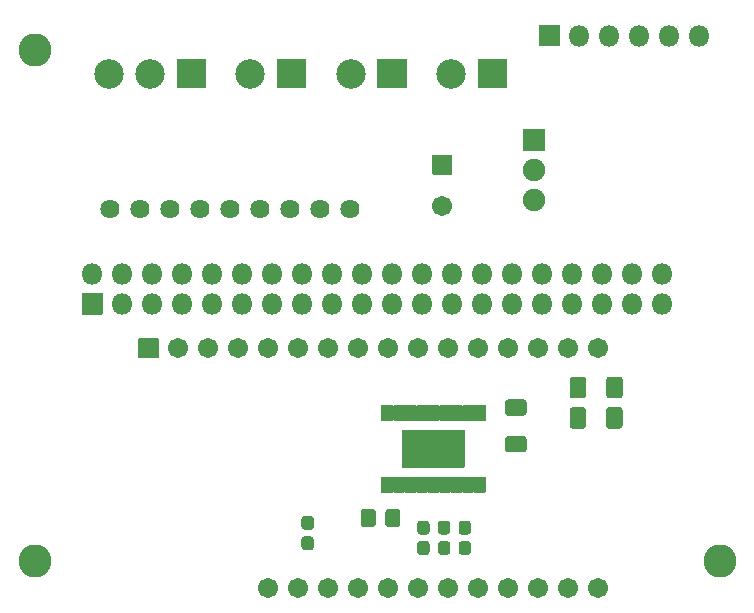
<source format=gbr>
G04 #@! TF.GenerationSoftware,KiCad,Pcbnew,(5.1.10-1-10_14)*
G04 #@! TF.CreationDate,2021-07-05T16:27:43+02:00*
G04 #@! TF.ProjectId,cablebot_camera,6361626c-6562-46f7-945f-63616d657261,1.0*
G04 #@! TF.SameCoordinates,Original*
G04 #@! TF.FileFunction,Soldermask,Top*
G04 #@! TF.FilePolarity,Negative*
%FSLAX46Y46*%
G04 Gerber Fmt 4.6, Leading zero omitted, Abs format (unit mm)*
G04 Created by KiCad (PCBNEW (5.1.10-1-10_14)) date 2021-07-05 16:27:43*
%MOMM*%
%LPD*%
G01*
G04 APERTURE LIST*
%ADD10C,2.802000*%
%ADD11O,1.802000X1.802000*%
%ADD12C,2.502000*%
%ADD13C,1.702000*%
%ADD14C,1.902000*%
%ADD15C,1.626000*%
%ADD16C,0.100000*%
G04 APERTURE END LIST*
G36*
G01*
X152131310Y-109667400D02*
X152131310Y-106568600D01*
G75*
G02*
X152182310Y-106517600I51000J0D01*
G01*
X157381690Y-106517600D01*
G75*
G02*
X157432690Y-106568600I0J-51000D01*
G01*
X157432690Y-109667400D01*
G75*
G02*
X157381690Y-109718400I-51000J0D01*
G01*
X152182310Y-109718400D01*
G75*
G02*
X152131310Y-109667400I0J51000D01*
G01*
G37*
G36*
G01*
X150761380Y-104457860D02*
X150761380Y-105697380D01*
G75*
G02*
X150710380Y-105748380I-51000J0D01*
G01*
X150405580Y-105748380D01*
G75*
G02*
X150354580Y-105697380I0J51000D01*
G01*
X150354580Y-104457860D01*
G75*
G02*
X150405580Y-104406860I51000J0D01*
G01*
X150710380Y-104406860D01*
G75*
G02*
X150761380Y-104457860I0J-51000D01*
G01*
G37*
G36*
G01*
X151411620Y-104457860D02*
X151411620Y-105697380D01*
G75*
G02*
X151360620Y-105748380I-51000J0D01*
G01*
X151055820Y-105748380D01*
G75*
G02*
X151004820Y-105697380I0J51000D01*
G01*
X151004820Y-104457860D01*
G75*
G02*
X151055820Y-104406860I51000J0D01*
G01*
X151360620Y-104406860D01*
G75*
G02*
X151411620Y-104457860I0J-51000D01*
G01*
G37*
G36*
G01*
X151655060Y-105697380D02*
X151655060Y-104457860D01*
G75*
G02*
X151706060Y-104406860I51000J0D01*
G01*
X152010860Y-104406860D01*
G75*
G02*
X152061860Y-104457860I0J-51000D01*
G01*
X152061860Y-105697380D01*
G75*
G02*
X152010860Y-105748380I-51000J0D01*
G01*
X151706060Y-105748380D01*
G75*
G02*
X151655060Y-105697380I0J51000D01*
G01*
G37*
G36*
G01*
X152305300Y-105697380D02*
X152305300Y-104457860D01*
G75*
G02*
X152356300Y-104406860I51000J0D01*
G01*
X152661100Y-104406860D01*
G75*
G02*
X152712100Y-104457860I0J-51000D01*
G01*
X152712100Y-105697380D01*
G75*
G02*
X152661100Y-105748380I-51000J0D01*
G01*
X152356300Y-105748380D01*
G75*
G02*
X152305300Y-105697380I0J51000D01*
G01*
G37*
G36*
G01*
X152955540Y-105697380D02*
X152955540Y-104457860D01*
G75*
G02*
X153006540Y-104406860I51000J0D01*
G01*
X153311340Y-104406860D01*
G75*
G02*
X153362340Y-104457860I0J-51000D01*
G01*
X153362340Y-105697380D01*
G75*
G02*
X153311340Y-105748380I-51000J0D01*
G01*
X153006540Y-105748380D01*
G75*
G02*
X152955540Y-105697380I0J51000D01*
G01*
G37*
G36*
G01*
X153605780Y-105697380D02*
X153605780Y-104457860D01*
G75*
G02*
X153656780Y-104406860I51000J0D01*
G01*
X153961580Y-104406860D01*
G75*
G02*
X154012580Y-104457860I0J-51000D01*
G01*
X154012580Y-105697380D01*
G75*
G02*
X153961580Y-105748380I-51000J0D01*
G01*
X153656780Y-105748380D01*
G75*
G02*
X153605780Y-105697380I0J51000D01*
G01*
G37*
G36*
G01*
X154256020Y-105697380D02*
X154256020Y-104457860D01*
G75*
G02*
X154307020Y-104406860I51000J0D01*
G01*
X154611820Y-104406860D01*
G75*
G02*
X154662820Y-104457860I0J-51000D01*
G01*
X154662820Y-105697380D01*
G75*
G02*
X154611820Y-105748380I-51000J0D01*
G01*
X154307020Y-105748380D01*
G75*
G02*
X154256020Y-105697380I0J51000D01*
G01*
G37*
G36*
G01*
X154901180Y-105697380D02*
X154901180Y-104457860D01*
G75*
G02*
X154952180Y-104406860I51000J0D01*
G01*
X155256980Y-104406860D01*
G75*
G02*
X155307980Y-104457860I0J-51000D01*
G01*
X155307980Y-105697380D01*
G75*
G02*
X155256980Y-105748380I-51000J0D01*
G01*
X154952180Y-105748380D01*
G75*
G02*
X154901180Y-105697380I0J51000D01*
G01*
G37*
G36*
G01*
X155551420Y-105697380D02*
X155551420Y-104457860D01*
G75*
G02*
X155602420Y-104406860I51000J0D01*
G01*
X155907220Y-104406860D01*
G75*
G02*
X155958220Y-104457860I0J-51000D01*
G01*
X155958220Y-105697380D01*
G75*
G02*
X155907220Y-105748380I-51000J0D01*
G01*
X155602420Y-105748380D01*
G75*
G02*
X155551420Y-105697380I0J51000D01*
G01*
G37*
G36*
G01*
X156201660Y-105697380D02*
X156201660Y-104457860D01*
G75*
G02*
X156252660Y-104406860I51000J0D01*
G01*
X156557460Y-104406860D01*
G75*
G02*
X156608460Y-104457860I0J-51000D01*
G01*
X156608460Y-105697380D01*
G75*
G02*
X156557460Y-105748380I-51000J0D01*
G01*
X156252660Y-105748380D01*
G75*
G02*
X156201660Y-105697380I0J51000D01*
G01*
G37*
G36*
G01*
X156851900Y-105697380D02*
X156851900Y-104457860D01*
G75*
G02*
X156902900Y-104406860I51000J0D01*
G01*
X157207700Y-104406860D01*
G75*
G02*
X157258700Y-104457860I0J-51000D01*
G01*
X157258700Y-105697380D01*
G75*
G02*
X157207700Y-105748380I-51000J0D01*
G01*
X156902900Y-105748380D01*
G75*
G02*
X156851900Y-105697380I0J51000D01*
G01*
G37*
G36*
G01*
X157502140Y-105697380D02*
X157502140Y-104457860D01*
G75*
G02*
X157553140Y-104406860I51000J0D01*
G01*
X157857940Y-104406860D01*
G75*
G02*
X157908940Y-104457860I0J-51000D01*
G01*
X157908940Y-105697380D01*
G75*
G02*
X157857940Y-105748380I-51000J0D01*
G01*
X157553140Y-105748380D01*
G75*
G02*
X157502140Y-105697380I0J51000D01*
G01*
G37*
G36*
G01*
X158559180Y-104457860D02*
X158559180Y-105697380D01*
G75*
G02*
X158508180Y-105748380I-51000J0D01*
G01*
X158203380Y-105748380D01*
G75*
G02*
X158152380Y-105697380I0J51000D01*
G01*
X158152380Y-104457860D01*
G75*
G02*
X158203380Y-104406860I51000J0D01*
G01*
X158508180Y-104406860D01*
G75*
G02*
X158559180Y-104457860I0J-51000D01*
G01*
G37*
G36*
G01*
X159209420Y-104457860D02*
X159209420Y-105697380D01*
G75*
G02*
X159158420Y-105748380I-51000J0D01*
G01*
X158853620Y-105748380D01*
G75*
G02*
X158802620Y-105697380I0J51000D01*
G01*
X158802620Y-104457860D01*
G75*
G02*
X158853620Y-104406860I51000J0D01*
G01*
X159158420Y-104406860D01*
G75*
G02*
X159209420Y-104457860I0J-51000D01*
G01*
G37*
G36*
G01*
X158802620Y-111778140D02*
X158802620Y-110538620D01*
G75*
G02*
X158853620Y-110487620I51000J0D01*
G01*
X159158420Y-110487620D01*
G75*
G02*
X159209420Y-110538620I0J-51000D01*
G01*
X159209420Y-111778140D01*
G75*
G02*
X159158420Y-111829140I-51000J0D01*
G01*
X158853620Y-111829140D01*
G75*
G02*
X158802620Y-111778140I0J51000D01*
G01*
G37*
G36*
G01*
X158152380Y-111778140D02*
X158152380Y-110538620D01*
G75*
G02*
X158203380Y-110487620I51000J0D01*
G01*
X158508180Y-110487620D01*
G75*
G02*
X158559180Y-110538620I0J-51000D01*
G01*
X158559180Y-111778140D01*
G75*
G02*
X158508180Y-111829140I-51000J0D01*
G01*
X158203380Y-111829140D01*
G75*
G02*
X158152380Y-111778140I0J51000D01*
G01*
G37*
G36*
G01*
X157502140Y-111778140D02*
X157502140Y-110538620D01*
G75*
G02*
X157553140Y-110487620I51000J0D01*
G01*
X157857940Y-110487620D01*
G75*
G02*
X157908940Y-110538620I0J-51000D01*
G01*
X157908940Y-111778140D01*
G75*
G02*
X157857940Y-111829140I-51000J0D01*
G01*
X157553140Y-111829140D01*
G75*
G02*
X157502140Y-111778140I0J51000D01*
G01*
G37*
G36*
G01*
X156851900Y-111778140D02*
X156851900Y-110538620D01*
G75*
G02*
X156902900Y-110487620I51000J0D01*
G01*
X157207700Y-110487620D01*
G75*
G02*
X157258700Y-110538620I0J-51000D01*
G01*
X157258700Y-111778140D01*
G75*
G02*
X157207700Y-111829140I-51000J0D01*
G01*
X156902900Y-111829140D01*
G75*
G02*
X156851900Y-111778140I0J51000D01*
G01*
G37*
G36*
G01*
X156201660Y-111778140D02*
X156201660Y-110538620D01*
G75*
G02*
X156252660Y-110487620I51000J0D01*
G01*
X156557460Y-110487620D01*
G75*
G02*
X156608460Y-110538620I0J-51000D01*
G01*
X156608460Y-111778140D01*
G75*
G02*
X156557460Y-111829140I-51000J0D01*
G01*
X156252660Y-111829140D01*
G75*
G02*
X156201660Y-111778140I0J51000D01*
G01*
G37*
G36*
G01*
X155551420Y-111778140D02*
X155551420Y-110538620D01*
G75*
G02*
X155602420Y-110487620I51000J0D01*
G01*
X155907220Y-110487620D01*
G75*
G02*
X155958220Y-110538620I0J-51000D01*
G01*
X155958220Y-111778140D01*
G75*
G02*
X155907220Y-111829140I-51000J0D01*
G01*
X155602420Y-111829140D01*
G75*
G02*
X155551420Y-111778140I0J51000D01*
G01*
G37*
G36*
G01*
X154901180Y-111778140D02*
X154901180Y-110538620D01*
G75*
G02*
X154952180Y-110487620I51000J0D01*
G01*
X155256980Y-110487620D01*
G75*
G02*
X155307980Y-110538620I0J-51000D01*
G01*
X155307980Y-111778140D01*
G75*
G02*
X155256980Y-111829140I-51000J0D01*
G01*
X154952180Y-111829140D01*
G75*
G02*
X154901180Y-111778140I0J51000D01*
G01*
G37*
G36*
G01*
X154256020Y-111778140D02*
X154256020Y-110538620D01*
G75*
G02*
X154307020Y-110487620I51000J0D01*
G01*
X154611820Y-110487620D01*
G75*
G02*
X154662820Y-110538620I0J-51000D01*
G01*
X154662820Y-111778140D01*
G75*
G02*
X154611820Y-111829140I-51000J0D01*
G01*
X154307020Y-111829140D01*
G75*
G02*
X154256020Y-111778140I0J51000D01*
G01*
G37*
G36*
G01*
X153605780Y-111778140D02*
X153605780Y-110538620D01*
G75*
G02*
X153656780Y-110487620I51000J0D01*
G01*
X153961580Y-110487620D01*
G75*
G02*
X154012580Y-110538620I0J-51000D01*
G01*
X154012580Y-111778140D01*
G75*
G02*
X153961580Y-111829140I-51000J0D01*
G01*
X153656780Y-111829140D01*
G75*
G02*
X153605780Y-111778140I0J51000D01*
G01*
G37*
G36*
G01*
X152955540Y-111778140D02*
X152955540Y-110538620D01*
G75*
G02*
X153006540Y-110487620I51000J0D01*
G01*
X153311340Y-110487620D01*
G75*
G02*
X153362340Y-110538620I0J-51000D01*
G01*
X153362340Y-111778140D01*
G75*
G02*
X153311340Y-111829140I-51000J0D01*
G01*
X153006540Y-111829140D01*
G75*
G02*
X152955540Y-111778140I0J51000D01*
G01*
G37*
G36*
G01*
X152305300Y-111778140D02*
X152305300Y-110538620D01*
G75*
G02*
X152356300Y-110487620I51000J0D01*
G01*
X152661100Y-110487620D01*
G75*
G02*
X152712100Y-110538620I0J-51000D01*
G01*
X152712100Y-111778140D01*
G75*
G02*
X152661100Y-111829140I-51000J0D01*
G01*
X152356300Y-111829140D01*
G75*
G02*
X152305300Y-111778140I0J51000D01*
G01*
G37*
G36*
G01*
X151655060Y-111778140D02*
X151655060Y-110538620D01*
G75*
G02*
X151706060Y-110487620I51000J0D01*
G01*
X152010860Y-110487620D01*
G75*
G02*
X152061860Y-110538620I0J-51000D01*
G01*
X152061860Y-111778140D01*
G75*
G02*
X152010860Y-111829140I-51000J0D01*
G01*
X151706060Y-111829140D01*
G75*
G02*
X151655060Y-111778140I0J51000D01*
G01*
G37*
G36*
G01*
X151004820Y-111778140D02*
X151004820Y-110538620D01*
G75*
G02*
X151055820Y-110487620I51000J0D01*
G01*
X151360620Y-110487620D01*
G75*
G02*
X151411620Y-110538620I0J-51000D01*
G01*
X151411620Y-111778140D01*
G75*
G02*
X151360620Y-111829140I-51000J0D01*
G01*
X151055820Y-111829140D01*
G75*
G02*
X151004820Y-111778140I0J51000D01*
G01*
G37*
G36*
G01*
X150354580Y-111778140D02*
X150354580Y-110538620D01*
G75*
G02*
X150405580Y-110487620I51000J0D01*
G01*
X150710380Y-110487620D01*
G75*
G02*
X150761380Y-110538620I0J-51000D01*
G01*
X150761380Y-111778140D01*
G75*
G02*
X150710380Y-111829140I-51000J0D01*
G01*
X150405580Y-111829140D01*
G75*
G02*
X150354580Y-111778140I0J51000D01*
G01*
G37*
G36*
G01*
X167708000Y-102261615D02*
X167708000Y-103574385D01*
G75*
G02*
X167438385Y-103844000I-269615J0D01*
G01*
X166575615Y-103844000D01*
G75*
G02*
X166306000Y-103574385I0J269615D01*
G01*
X166306000Y-102261615D01*
G75*
G02*
X166575615Y-101992000I269615J0D01*
G01*
X167438385Y-101992000D01*
G75*
G02*
X167708000Y-102261615I0J-269615D01*
G01*
G37*
G36*
G01*
X170808000Y-102261615D02*
X170808000Y-103574385D01*
G75*
G02*
X170538385Y-103844000I-269615J0D01*
G01*
X169675615Y-103844000D01*
G75*
G02*
X169406000Y-103574385I0J269615D01*
G01*
X169406000Y-102261615D01*
G75*
G02*
X169675615Y-101992000I269615J0D01*
G01*
X170538385Y-101992000D01*
G75*
G02*
X170808000Y-102261615I0J-269615D01*
G01*
G37*
G36*
G01*
X167708000Y-104836615D02*
X167708000Y-106149385D01*
G75*
G02*
X167438385Y-106419000I-269615J0D01*
G01*
X166575615Y-106419000D01*
G75*
G02*
X166306000Y-106149385I0J269615D01*
G01*
X166306000Y-104836615D01*
G75*
G02*
X166575615Y-104567000I269615J0D01*
G01*
X167438385Y-104567000D01*
G75*
G02*
X167708000Y-104836615I0J-269615D01*
G01*
G37*
G36*
G01*
X170808000Y-104836615D02*
X170808000Y-106149385D01*
G75*
G02*
X170538385Y-106419000I-269615J0D01*
G01*
X169675615Y-106419000D01*
G75*
G02*
X169406000Y-106149385I0J269615D01*
G01*
X169406000Y-104836615D01*
G75*
G02*
X169675615Y-104567000I269615J0D01*
G01*
X170538385Y-104567000D01*
G75*
G02*
X170808000Y-104836615I0J-269615D01*
G01*
G37*
G36*
G01*
X143869000Y-115517000D02*
X144395000Y-115517000D01*
G75*
G02*
X144658000Y-115780000I0J-263000D01*
G01*
X144658000Y-116431000D01*
G75*
G02*
X144395000Y-116694000I-263000J0D01*
G01*
X143869000Y-116694000D01*
G75*
G02*
X143606000Y-116431000I0J263000D01*
G01*
X143606000Y-115780000D01*
G75*
G02*
X143869000Y-115517000I263000J0D01*
G01*
G37*
G36*
G01*
X143869000Y-113792000D02*
X144395000Y-113792000D01*
G75*
G02*
X144658000Y-114055000I0J-263000D01*
G01*
X144658000Y-114706000D01*
G75*
G02*
X144395000Y-114969000I-263000J0D01*
G01*
X143869000Y-114969000D01*
G75*
G02*
X143606000Y-114706000I0J263000D01*
G01*
X143606000Y-114055000D01*
G75*
G02*
X143869000Y-113792000I263000J0D01*
G01*
G37*
G36*
G01*
X157695000Y-115369000D02*
X157169000Y-115369000D01*
G75*
G02*
X156906000Y-115106000I0J263000D01*
G01*
X156906000Y-114455000D01*
G75*
G02*
X157169000Y-114192000I263000J0D01*
G01*
X157695000Y-114192000D01*
G75*
G02*
X157958000Y-114455000I0J-263000D01*
G01*
X157958000Y-115106000D01*
G75*
G02*
X157695000Y-115369000I-263000J0D01*
G01*
G37*
G36*
G01*
X157695000Y-117094000D02*
X157169000Y-117094000D01*
G75*
G02*
X156906000Y-116831000I0J263000D01*
G01*
X156906000Y-116180000D01*
G75*
G02*
X157169000Y-115917000I263000J0D01*
G01*
X157695000Y-115917000D01*
G75*
G02*
X157958000Y-116180000I0J-263000D01*
G01*
X157958000Y-116831000D01*
G75*
G02*
X157695000Y-117094000I-263000J0D01*
G01*
G37*
G36*
G01*
X153669000Y-115917000D02*
X154195000Y-115917000D01*
G75*
G02*
X154458000Y-116180000I0J-263000D01*
G01*
X154458000Y-116831000D01*
G75*
G02*
X154195000Y-117094000I-263000J0D01*
G01*
X153669000Y-117094000D01*
G75*
G02*
X153406000Y-116831000I0J263000D01*
G01*
X153406000Y-116180000D01*
G75*
G02*
X153669000Y-115917000I263000J0D01*
G01*
G37*
G36*
G01*
X153669000Y-114192000D02*
X154195000Y-114192000D01*
G75*
G02*
X154458000Y-114455000I0J-263000D01*
G01*
X154458000Y-115106000D01*
G75*
G02*
X154195000Y-115369000I-263000J0D01*
G01*
X153669000Y-115369000D01*
G75*
G02*
X153406000Y-115106000I0J263000D01*
G01*
X153406000Y-114455000D01*
G75*
G02*
X153669000Y-114192000I263000J0D01*
G01*
G37*
G36*
G01*
X155945000Y-115369000D02*
X155419000Y-115369000D01*
G75*
G02*
X155156000Y-115106000I0J263000D01*
G01*
X155156000Y-114455000D01*
G75*
G02*
X155419000Y-114192000I263000J0D01*
G01*
X155945000Y-114192000D01*
G75*
G02*
X156208000Y-114455000I0J-263000D01*
G01*
X156208000Y-115106000D01*
G75*
G02*
X155945000Y-115369000I-263000J0D01*
G01*
G37*
G36*
G01*
X155945000Y-117094000D02*
X155419000Y-117094000D01*
G75*
G02*
X155156000Y-116831000I0J263000D01*
G01*
X155156000Y-116180000D01*
G75*
G02*
X155419000Y-115917000I263000J0D01*
G01*
X155945000Y-115917000D01*
G75*
G02*
X156208000Y-116180000I0J-263000D01*
G01*
X156208000Y-116831000D01*
G75*
G02*
X155945000Y-117094000I-263000J0D01*
G01*
G37*
G36*
G01*
X150706000Y-114472298D02*
X150706000Y-113463702D01*
G75*
G02*
X150977702Y-113192000I271702J0D01*
G01*
X151711298Y-113192000D01*
G75*
G02*
X151983000Y-113463702I0J-271702D01*
G01*
X151983000Y-114472298D01*
G75*
G02*
X151711298Y-114744000I-271702J0D01*
G01*
X150977702Y-114744000D01*
G75*
G02*
X150706000Y-114472298I0J271702D01*
G01*
G37*
G36*
G01*
X148631000Y-114472298D02*
X148631000Y-113463702D01*
G75*
G02*
X148902702Y-113192000I271702J0D01*
G01*
X149636298Y-113192000D01*
G75*
G02*
X149908000Y-113463702I0J-271702D01*
G01*
X149908000Y-114472298D01*
G75*
G02*
X149636298Y-114744000I-271702J0D01*
G01*
X148902702Y-114744000D01*
G75*
G02*
X148631000Y-114472298I0J271702D01*
G01*
G37*
D10*
X121007000Y-74343000D03*
D11*
X177282000Y-73143000D03*
X174742000Y-73143000D03*
X172202000Y-73143000D03*
X169662000Y-73143000D03*
X167122000Y-73143000D03*
G36*
G01*
X165432000Y-74044000D02*
X163732000Y-74044000D01*
G75*
G02*
X163681000Y-73993000I0J51000D01*
G01*
X163681000Y-72293000D01*
G75*
G02*
X163732000Y-72242000I51000J0D01*
G01*
X165432000Y-72242000D01*
G75*
G02*
X165483000Y-72293000I0J-51000D01*
G01*
X165483000Y-73993000D01*
G75*
G02*
X165432000Y-74044000I-51000J0D01*
G01*
G37*
G36*
G01*
X162413385Y-105319000D02*
X161100615Y-105319000D01*
G75*
G02*
X160831000Y-105049385I0J269615D01*
G01*
X160831000Y-104186615D01*
G75*
G02*
X161100615Y-103917000I269615J0D01*
G01*
X162413385Y-103917000D01*
G75*
G02*
X162683000Y-104186615I0J-269615D01*
G01*
X162683000Y-105049385D01*
G75*
G02*
X162413385Y-105319000I-269615J0D01*
G01*
G37*
G36*
G01*
X162413385Y-108419000D02*
X161100615Y-108419000D01*
G75*
G02*
X160831000Y-108149385I0J269615D01*
G01*
X160831000Y-107286615D01*
G75*
G02*
X161100615Y-107017000I269615J0D01*
G01*
X162413385Y-107017000D01*
G75*
G02*
X162683000Y-107286615I0J-269615D01*
G01*
X162683000Y-108149385D01*
G75*
G02*
X162413385Y-108419000I-269615J0D01*
G01*
G37*
D12*
X127282000Y-76343000D03*
X130782000Y-76343000D03*
G36*
G01*
X135533000Y-75143000D02*
X135533000Y-77543000D01*
G75*
G02*
X135482000Y-77594000I-51000J0D01*
G01*
X133082000Y-77594000D01*
G75*
G02*
X133031000Y-77543000I0J51000D01*
G01*
X133031000Y-75143000D01*
G75*
G02*
X133082000Y-75092000I51000J0D01*
G01*
X135482000Y-75092000D01*
G75*
G02*
X135533000Y-75143000I0J-51000D01*
G01*
G37*
D13*
X155532000Y-87543000D03*
G36*
G01*
X154732000Y-83192000D02*
X156332000Y-83192000D01*
G75*
G02*
X156383000Y-83243000I0J-51000D01*
G01*
X156383000Y-84843000D01*
G75*
G02*
X156332000Y-84894000I-51000J0D01*
G01*
X154732000Y-84894000D01*
G75*
G02*
X154681000Y-84843000I0J51000D01*
G01*
X154681000Y-83243000D01*
G75*
G02*
X154732000Y-83192000I51000J0D01*
G01*
G37*
D12*
X139282000Y-76343000D03*
G36*
G01*
X144033000Y-75143000D02*
X144033000Y-77543000D01*
G75*
G02*
X143982000Y-77594000I-51000J0D01*
G01*
X141582000Y-77594000D01*
G75*
G02*
X141531000Y-77543000I0J51000D01*
G01*
X141531000Y-75143000D01*
G75*
G02*
X141582000Y-75092000I51000J0D01*
G01*
X143982000Y-75092000D01*
G75*
G02*
X144033000Y-75143000I0J-51000D01*
G01*
G37*
X147782000Y-76343000D03*
G36*
G01*
X152533000Y-75143000D02*
X152533000Y-77543000D01*
G75*
G02*
X152482000Y-77594000I-51000J0D01*
G01*
X150082000Y-77594000D01*
G75*
G02*
X150031000Y-77543000I0J51000D01*
G01*
X150031000Y-75143000D01*
G75*
G02*
X150082000Y-75092000I51000J0D01*
G01*
X152482000Y-75092000D01*
G75*
G02*
X152533000Y-75143000I0J-51000D01*
G01*
G37*
D14*
X163282000Y-87023000D03*
X163282000Y-84483000D03*
G36*
G01*
X164182000Y-82894000D02*
X162382000Y-82894000D01*
G75*
G02*
X162331000Y-82843000I0J51000D01*
G01*
X162331000Y-81043000D01*
G75*
G02*
X162382000Y-80992000I51000J0D01*
G01*
X164182000Y-80992000D01*
G75*
G02*
X164233000Y-81043000I0J-51000D01*
G01*
X164233000Y-82843000D01*
G75*
G02*
X164182000Y-82894000I-51000J0D01*
G01*
G37*
D12*
X156282000Y-76343000D03*
G36*
G01*
X161033000Y-75143000D02*
X161033000Y-77543000D01*
G75*
G02*
X160982000Y-77594000I-51000J0D01*
G01*
X158582000Y-77594000D01*
G75*
G02*
X158531000Y-77543000I0J51000D01*
G01*
X158531000Y-75143000D01*
G75*
G02*
X158582000Y-75092000I51000J0D01*
G01*
X160982000Y-75092000D01*
G75*
G02*
X161033000Y-75143000I0J-51000D01*
G01*
G37*
D15*
X127397000Y-87793000D03*
X129937000Y-87793000D03*
X132477000Y-87793000D03*
X135017000Y-87793000D03*
X137557000Y-87793000D03*
X140097000Y-87793000D03*
X142637000Y-87793000D03*
X145177000Y-87793000D03*
X147717000Y-87793000D03*
D13*
X168757000Y-119921000D03*
X166217000Y-119921000D03*
X163677000Y-119921000D03*
X161137000Y-119921000D03*
X158597000Y-119921000D03*
X156057000Y-119921000D03*
X153517000Y-119921000D03*
X150977000Y-119921000D03*
X148437000Y-119921000D03*
X145897000Y-119921000D03*
X143357000Y-119921000D03*
X140817000Y-119921000D03*
G36*
G01*
X131457000Y-100452000D02*
X129857000Y-100452000D01*
G75*
G02*
X129806000Y-100401000I0J51000D01*
G01*
X129806000Y-98801000D01*
G75*
G02*
X129857000Y-98750000I51000J0D01*
G01*
X131457000Y-98750000D01*
G75*
G02*
X131508000Y-98801000I0J-51000D01*
G01*
X131508000Y-100401000D01*
G75*
G02*
X131457000Y-100452000I-51000J0D01*
G01*
G37*
X133197000Y-99601000D03*
X135737000Y-99601000D03*
X138277000Y-99601000D03*
X140817000Y-99601000D03*
X143357000Y-99601000D03*
X145897000Y-99601000D03*
X148437000Y-99601000D03*
X150977000Y-99601000D03*
X153517000Y-99601000D03*
X156057000Y-99601000D03*
X158597000Y-99601000D03*
X161137000Y-99601000D03*
X163677000Y-99601000D03*
X166217000Y-99601000D03*
X168757000Y-99601000D03*
G36*
G01*
X125052000Y-94937000D02*
X126752000Y-94937000D01*
G75*
G02*
X126803000Y-94988000I0J-51000D01*
G01*
X126803000Y-96688000D01*
G75*
G02*
X126752000Y-96739000I-51000J0D01*
G01*
X125052000Y-96739000D01*
G75*
G02*
X125001000Y-96688000I0J51000D01*
G01*
X125001000Y-94988000D01*
G75*
G02*
X125052000Y-94937000I51000J0D01*
G01*
G37*
D11*
X125902000Y-93298000D03*
X128442000Y-95838000D03*
X128442000Y-93298000D03*
X130982000Y-95838000D03*
X130982000Y-93298000D03*
X133522000Y-95838000D03*
X133522000Y-93298000D03*
X136062000Y-95838000D03*
X136062000Y-93298000D03*
X138602000Y-95838000D03*
X138602000Y-93298000D03*
X141142000Y-95838000D03*
X141142000Y-93298000D03*
X143682000Y-95838000D03*
X143682000Y-93298000D03*
X146222000Y-95838000D03*
X146222000Y-93298000D03*
X148762000Y-95838000D03*
X148762000Y-93298000D03*
X151302000Y-95838000D03*
X151302000Y-93298000D03*
X153842000Y-95838000D03*
X153842000Y-93298000D03*
X156382000Y-95838000D03*
X156382000Y-93298000D03*
X158922000Y-95838000D03*
X158922000Y-93298000D03*
X161462000Y-95838000D03*
X161462000Y-93298000D03*
X164002000Y-95838000D03*
X164002000Y-93298000D03*
X166542000Y-95838000D03*
X166542000Y-93298000D03*
X169082000Y-95838000D03*
X169082000Y-93298000D03*
X171622000Y-95838000D03*
X171622000Y-93298000D03*
X174162000Y-95838000D03*
X174162000Y-93298000D03*
D10*
X179032000Y-117568000D03*
X121032000Y-117568000D03*
D16*
G36*
X158804352Y-110486620D02*
G01*
X158804620Y-110487620D01*
X158804620Y-111829140D01*
X158803620Y-111830872D01*
X158802620Y-111831140D01*
X158559180Y-111831140D01*
X158557448Y-111830140D01*
X158557180Y-111829140D01*
X158557180Y-110487620D01*
X158558180Y-110485888D01*
X158559180Y-110485620D01*
X158802620Y-110485620D01*
X158804352Y-110486620D01*
G37*
G36*
X151006552Y-110486620D02*
G01*
X151006820Y-110487620D01*
X151006820Y-111829140D01*
X151005820Y-111830872D01*
X151004820Y-111831140D01*
X150761380Y-111831140D01*
X150759648Y-111830140D01*
X150759380Y-111829140D01*
X150759380Y-110487620D01*
X150760380Y-110485888D01*
X150761380Y-110485620D01*
X151004820Y-110485620D01*
X151006552Y-110486620D01*
G37*
G36*
X158154112Y-110486620D02*
G01*
X158154380Y-110487620D01*
X158154380Y-111829140D01*
X158153380Y-111830872D01*
X158152380Y-111831140D01*
X157908940Y-111831140D01*
X157907208Y-111830140D01*
X157906940Y-111829140D01*
X157906940Y-110487620D01*
X157907940Y-110485888D01*
X157908940Y-110485620D01*
X158152380Y-110485620D01*
X158154112Y-110486620D01*
G37*
G36*
X157503872Y-110486620D02*
G01*
X157504140Y-110487620D01*
X157504140Y-111829140D01*
X157503140Y-111830872D01*
X157502140Y-111831140D01*
X157258700Y-111831140D01*
X157256968Y-111830140D01*
X157256700Y-111829140D01*
X157256700Y-110487620D01*
X157257700Y-110485888D01*
X157258700Y-110485620D01*
X157502140Y-110485620D01*
X157503872Y-110486620D01*
G37*
G36*
X156853632Y-110486620D02*
G01*
X156853900Y-110487620D01*
X156853900Y-111829140D01*
X156852900Y-111830872D01*
X156851900Y-111831140D01*
X156608460Y-111831140D01*
X156606728Y-111830140D01*
X156606460Y-111829140D01*
X156606460Y-110487620D01*
X156607460Y-110485888D01*
X156608460Y-110485620D01*
X156851900Y-110485620D01*
X156853632Y-110486620D01*
G37*
G36*
X156203392Y-110486620D02*
G01*
X156203660Y-110487620D01*
X156203660Y-111829140D01*
X156202660Y-111830872D01*
X156201660Y-111831140D01*
X155958220Y-111831140D01*
X155956488Y-111830140D01*
X155956220Y-111829140D01*
X155956220Y-110487620D01*
X155957220Y-110485888D01*
X155958220Y-110485620D01*
X156201660Y-110485620D01*
X156203392Y-110486620D01*
G37*
G36*
X155553152Y-110486620D02*
G01*
X155553420Y-110487620D01*
X155553420Y-111829140D01*
X155552420Y-111830872D01*
X155551420Y-111831140D01*
X155307980Y-111831140D01*
X155306248Y-111830140D01*
X155305980Y-111829140D01*
X155305980Y-110487620D01*
X155306980Y-110485888D01*
X155307980Y-110485620D01*
X155551420Y-110485620D01*
X155553152Y-110486620D01*
G37*
G36*
X154902912Y-110486620D02*
G01*
X154903180Y-110487620D01*
X154903180Y-111829140D01*
X154902180Y-111830872D01*
X154901180Y-111831140D01*
X154662820Y-111831140D01*
X154661088Y-111830140D01*
X154660820Y-111829140D01*
X154660820Y-110487620D01*
X154661820Y-110485888D01*
X154662820Y-110485620D01*
X154901180Y-110485620D01*
X154902912Y-110486620D01*
G37*
G36*
X154257752Y-110486620D02*
G01*
X154258020Y-110487620D01*
X154258020Y-111829140D01*
X154257020Y-111830872D01*
X154256020Y-111831140D01*
X154012580Y-111831140D01*
X154010848Y-111830140D01*
X154010580Y-111829140D01*
X154010580Y-110487620D01*
X154011580Y-110485888D01*
X154012580Y-110485620D01*
X154256020Y-110485620D01*
X154257752Y-110486620D01*
G37*
G36*
X153607512Y-110486620D02*
G01*
X153607780Y-110487620D01*
X153607780Y-111829140D01*
X153606780Y-111830872D01*
X153605780Y-111831140D01*
X153362340Y-111831140D01*
X153360608Y-111830140D01*
X153360340Y-111829140D01*
X153360340Y-110487620D01*
X153361340Y-110485888D01*
X153362340Y-110485620D01*
X153605780Y-110485620D01*
X153607512Y-110486620D01*
G37*
G36*
X152957272Y-110486620D02*
G01*
X152957540Y-110487620D01*
X152957540Y-111829140D01*
X152956540Y-111830872D01*
X152955540Y-111831140D01*
X152712100Y-111831140D01*
X152710368Y-111830140D01*
X152710100Y-111829140D01*
X152710100Y-110487620D01*
X152711100Y-110485888D01*
X152712100Y-110485620D01*
X152955540Y-110485620D01*
X152957272Y-110486620D01*
G37*
G36*
X152307032Y-110486620D02*
G01*
X152307300Y-110487620D01*
X152307300Y-111829140D01*
X152306300Y-111830872D01*
X152305300Y-111831140D01*
X152061860Y-111831140D01*
X152060128Y-111830140D01*
X152059860Y-111829140D01*
X152059860Y-110487620D01*
X152060860Y-110485888D01*
X152061860Y-110485620D01*
X152305300Y-110485620D01*
X152307032Y-110486620D01*
G37*
G36*
X151656792Y-110486620D02*
G01*
X151657060Y-110487620D01*
X151657060Y-111829140D01*
X151656060Y-111830872D01*
X151655060Y-111831140D01*
X151411620Y-111831140D01*
X151409888Y-111830140D01*
X151409620Y-111829140D01*
X151409620Y-110487620D01*
X151410620Y-110485888D01*
X151411620Y-110485620D01*
X151655060Y-110485620D01*
X151656792Y-110486620D01*
G37*
G36*
X155553152Y-104405860D02*
G01*
X155553420Y-104406860D01*
X155553420Y-105748380D01*
X155552420Y-105750112D01*
X155551420Y-105750380D01*
X155307980Y-105750380D01*
X155306248Y-105749380D01*
X155305980Y-105748380D01*
X155305980Y-104406860D01*
X155306980Y-104405128D01*
X155307980Y-104404860D01*
X155551420Y-104404860D01*
X155553152Y-104405860D01*
G37*
G36*
X151656792Y-104405860D02*
G01*
X151657060Y-104406860D01*
X151657060Y-105748380D01*
X151656060Y-105750112D01*
X151655060Y-105750380D01*
X151411620Y-105750380D01*
X151409888Y-105749380D01*
X151409620Y-105748380D01*
X151409620Y-104406860D01*
X151410620Y-104405128D01*
X151411620Y-104404860D01*
X151655060Y-104404860D01*
X151656792Y-104405860D01*
G37*
G36*
X151006552Y-104405860D02*
G01*
X151006820Y-104406860D01*
X151006820Y-105748380D01*
X151005820Y-105750112D01*
X151004820Y-105750380D01*
X150761380Y-105750380D01*
X150759648Y-105749380D01*
X150759380Y-105748380D01*
X150759380Y-104406860D01*
X150760380Y-104405128D01*
X150761380Y-104404860D01*
X151004820Y-104404860D01*
X151006552Y-104405860D01*
G37*
G36*
X152307032Y-104405860D02*
G01*
X152307300Y-104406860D01*
X152307300Y-105748380D01*
X152306300Y-105750112D01*
X152305300Y-105750380D01*
X152061860Y-105750380D01*
X152060128Y-105749380D01*
X152059860Y-105748380D01*
X152059860Y-104406860D01*
X152060860Y-104405128D01*
X152061860Y-104404860D01*
X152305300Y-104404860D01*
X152307032Y-104405860D01*
G37*
G36*
X152957272Y-104405860D02*
G01*
X152957540Y-104406860D01*
X152957540Y-105748380D01*
X152956540Y-105750112D01*
X152955540Y-105750380D01*
X152712100Y-105750380D01*
X152710368Y-105749380D01*
X152710100Y-105748380D01*
X152710100Y-104406860D01*
X152711100Y-104405128D01*
X152712100Y-104404860D01*
X152955540Y-104404860D01*
X152957272Y-104405860D01*
G37*
G36*
X153607512Y-104405860D02*
G01*
X153607780Y-104406860D01*
X153607780Y-105748380D01*
X153606780Y-105750112D01*
X153605780Y-105750380D01*
X153362340Y-105750380D01*
X153360608Y-105749380D01*
X153360340Y-105748380D01*
X153360340Y-104406860D01*
X153361340Y-104405128D01*
X153362340Y-104404860D01*
X153605780Y-104404860D01*
X153607512Y-104405860D01*
G37*
G36*
X154257752Y-104405860D02*
G01*
X154258020Y-104406860D01*
X154258020Y-105748380D01*
X154257020Y-105750112D01*
X154256020Y-105750380D01*
X154012580Y-105750380D01*
X154010848Y-105749380D01*
X154010580Y-105748380D01*
X154010580Y-104406860D01*
X154011580Y-104405128D01*
X154012580Y-104404860D01*
X154256020Y-104404860D01*
X154257752Y-104405860D01*
G37*
G36*
X154902912Y-104405860D02*
G01*
X154903180Y-104406860D01*
X154903180Y-105748380D01*
X154902180Y-105750112D01*
X154901180Y-105750380D01*
X154662820Y-105750380D01*
X154661088Y-105749380D01*
X154660820Y-105748380D01*
X154660820Y-104406860D01*
X154661820Y-104405128D01*
X154662820Y-104404860D01*
X154901180Y-104404860D01*
X154902912Y-104405860D01*
G37*
G36*
X158804352Y-104405860D02*
G01*
X158804620Y-104406860D01*
X158804620Y-105748380D01*
X158803620Y-105750112D01*
X158802620Y-105750380D01*
X158559180Y-105750380D01*
X158557448Y-105749380D01*
X158557180Y-105748380D01*
X158557180Y-104406860D01*
X158558180Y-104405128D01*
X158559180Y-104404860D01*
X158802620Y-104404860D01*
X158804352Y-104405860D01*
G37*
G36*
X158154112Y-104405860D02*
G01*
X158154380Y-104406860D01*
X158154380Y-105748380D01*
X158153380Y-105750112D01*
X158152380Y-105750380D01*
X157908940Y-105750380D01*
X157907208Y-105749380D01*
X157906940Y-105748380D01*
X157906940Y-104406860D01*
X157907940Y-104405128D01*
X157908940Y-104404860D01*
X158152380Y-104404860D01*
X158154112Y-104405860D01*
G37*
G36*
X157503872Y-104405860D02*
G01*
X157504140Y-104406860D01*
X157504140Y-105748380D01*
X157503140Y-105750112D01*
X157502140Y-105750380D01*
X157258700Y-105750380D01*
X157256968Y-105749380D01*
X157256700Y-105748380D01*
X157256700Y-104406860D01*
X157257700Y-104405128D01*
X157258700Y-104404860D01*
X157502140Y-104404860D01*
X157503872Y-104405860D01*
G37*
G36*
X156853632Y-104405860D02*
G01*
X156853900Y-104406860D01*
X156853900Y-105748380D01*
X156852900Y-105750112D01*
X156851900Y-105750380D01*
X156608460Y-105750380D01*
X156606728Y-105749380D01*
X156606460Y-105748380D01*
X156606460Y-104406860D01*
X156607460Y-104405128D01*
X156608460Y-104404860D01*
X156851900Y-104404860D01*
X156853632Y-104405860D01*
G37*
G36*
X156203392Y-104405860D02*
G01*
X156203660Y-104406860D01*
X156203660Y-105748380D01*
X156202660Y-105750112D01*
X156201660Y-105750380D01*
X155958220Y-105750380D01*
X155956488Y-105749380D01*
X155956220Y-105748380D01*
X155956220Y-104406860D01*
X155957220Y-104405128D01*
X155958220Y-104404860D01*
X156201660Y-104404860D01*
X156203392Y-104405860D01*
G37*
M02*

</source>
